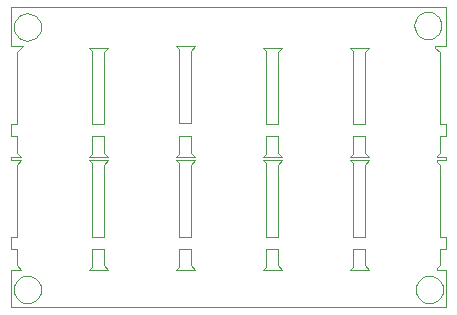
<source format=gm1>
G04*
G04 #@! TF.GenerationSoftware,Altium Limited,Altium Designer,23.3.1 (30)*
G04*
G04 Layer_Color=16711935*
%FSLAX25Y25*%
%MOIN*%
G70*
G04*
G04 #@! TF.SameCoordinates,76A80B4F-B454-4E83-830C-21A368A3A4FA*
G04*
G04*
G04 #@! TF.FilePolarity,Positive*
G04*
G01*
G75*
%ADD26C,0.00000*%
D26*
X150000Y208465D02*
X151009Y208579D01*
X151968Y208914D01*
X152828Y209454D01*
X153546Y210173D01*
X154086Y211032D01*
X154421Y211991D01*
X154535Y213000D01*
X154421Y214009D01*
X154086Y214968D01*
X153546Y215827D01*
X152828Y216546D01*
X151968Y217086D01*
X151009Y217421D01*
X150000Y217535D01*
X148991Y217421D01*
X148032Y217086D01*
X147172Y216546D01*
X146454Y215827D01*
X145914Y214968D01*
X145579Y214009D01*
X145465Y213000D01*
X145579Y211991D01*
X145914Y211032D01*
X146454Y210173D01*
X147172Y209454D01*
X148032Y208914D01*
X148991Y208579D01*
X150000Y208465D01*
X283500Y208965D02*
X284509Y209079D01*
X285468Y209414D01*
X286328Y209954D01*
X287046Y210672D01*
X287586Y211532D01*
X287921Y212491D01*
X288035Y213500D01*
X287921Y214509D01*
X287586Y215468D01*
X287046Y216328D01*
X286328Y217046D01*
X285468Y217586D01*
X284509Y217921D01*
X283500Y218035D01*
X282491Y217921D01*
X281532Y217586D01*
X280673Y217046D01*
X279954Y216328D01*
X279414Y215468D01*
X279079Y214509D01*
X278965Y213500D01*
X279079Y212491D01*
X279414Y211532D01*
X279954Y210672D01*
X280673Y209954D01*
X281532Y209414D01*
X282491Y209079D01*
X283500Y208965D01*
X284000Y120965D02*
X285009Y121079D01*
X285968Y121414D01*
X286827Y121954D01*
X287546Y122672D01*
X288086Y123532D01*
X288421Y124491D01*
X288535Y125500D01*
X288421Y126509D01*
X288086Y127468D01*
X287546Y128328D01*
X286827Y129046D01*
X285968Y129586D01*
X285009Y129921D01*
X284000Y130035D01*
X282991Y129921D01*
X282032Y129586D01*
X281172Y129046D01*
X280454Y128328D01*
X279914Y127468D01*
X279579Y126509D01*
X279465Y125500D01*
X279579Y124491D01*
X279914Y123532D01*
X280454Y122672D01*
X281172Y121954D01*
X282032Y121414D01*
X282991Y121079D01*
X284000Y120965D01*
X150000D02*
X151009Y121079D01*
X151968Y121414D01*
X152828Y121954D01*
X153546Y122672D01*
X154086Y123532D01*
X154421Y124491D01*
X154535Y125500D01*
X154421Y126509D01*
X154086Y127468D01*
X153546Y128328D01*
X152828Y129046D01*
X151968Y129586D01*
X151009Y129921D01*
X150000Y130035D01*
X148991Y129921D01*
X148032Y129586D01*
X147172Y129046D01*
X146454Y128328D01*
X145914Y127468D01*
X145579Y126509D01*
X145465Y125500D01*
X145579Y124491D01*
X145914Y123532D01*
X146454Y122672D01*
X147172Y121954D01*
X148032Y121414D01*
X148991Y121079D01*
X150000Y120965D01*
X171500Y180500D02*
Y205000D01*
X170500Y206000D02*
X171500Y205000D01*
X170500Y206000D02*
X177000D01*
X175500Y204500D02*
X177000Y206000D01*
X175500Y180500D02*
Y204500D01*
X171500Y180500D02*
X175500D01*
X200500Y181000D02*
Y205500D01*
X199500Y206500D02*
X200500Y205500D01*
X199500Y206500D02*
X206000D01*
X204500Y205000D02*
X206000Y206500D01*
X204500Y181000D02*
Y205000D01*
X200500Y181000D02*
X204500D01*
X229500Y180500D02*
Y205000D01*
X228500Y206000D02*
X229500Y205000D01*
X228500Y206000D02*
X235000D01*
X233500Y204500D02*
X235000Y206000D01*
X233500Y180500D02*
Y204500D01*
X229500Y180500D02*
X233500D01*
X258500D02*
Y205000D01*
X257500Y206000D02*
X258500Y205000D01*
X257500Y206000D02*
X264000D01*
X262500Y204500D02*
X264000Y206000D01*
X262500Y180500D02*
Y204500D01*
X258500Y180500D02*
X262500D01*
X258500Y143000D02*
Y167500D01*
X257500Y168500D02*
X258500Y167500D01*
X257500Y168500D02*
X264000D01*
X262500Y167000D02*
X264000Y168500D01*
X262500Y143000D02*
Y167000D01*
X258500Y143000D02*
X262500D01*
X229500D02*
Y167500D01*
X228500Y168500D02*
X229500Y167500D01*
X228500Y168500D02*
X235000D01*
X233500Y167000D02*
X235000Y168500D01*
X233500Y143000D02*
Y167000D01*
X229500Y143000D02*
X233500D01*
X200500D02*
Y167500D01*
X199500Y168500D02*
X200500Y167500D01*
X199500Y168500D02*
X206000D01*
X204500Y167000D02*
X206000Y168500D01*
X204500Y143000D02*
Y167000D01*
X200500Y143000D02*
X204500D01*
X171500D02*
Y167500D01*
X170500Y168500D02*
X171500Y167500D01*
X170500Y168500D02*
X177000D01*
X175500Y167000D02*
X177000Y168500D01*
X175500Y143000D02*
Y167000D01*
X171500Y143000D02*
X175500D01*
X170500Y169500D02*
X171500Y170500D01*
Y176500D01*
X175500D01*
Y171000D02*
Y176500D01*
Y171000D02*
X177000Y169500D01*
X170500D02*
X177000D01*
X199500D02*
X200500Y170500D01*
Y176500D01*
X204500D01*
Y171000D02*
Y176500D01*
Y171000D02*
X206000Y169500D01*
X199500D02*
X206000D01*
X228500D02*
X229500Y170500D01*
Y176500D01*
X233500D01*
Y171000D02*
Y176500D01*
Y171000D02*
X235000Y169500D01*
X228500D02*
X235000D01*
X257500D02*
X258500Y170500D01*
Y176500D01*
X262500D01*
Y171000D02*
Y176500D01*
Y171000D02*
X264000Y169500D01*
X257500D02*
X264000D01*
X170500Y132000D02*
X171500Y133000D01*
Y139000D01*
X175500D01*
Y133500D02*
Y139000D01*
Y133500D02*
X177000Y132000D01*
X170500D02*
X177000D01*
X199500D02*
X200500Y133000D01*
Y139000D01*
X204500D01*
Y133500D02*
Y139000D01*
Y133500D02*
X206000Y132000D01*
X199500D02*
X206000D01*
X228500D02*
X229500Y133000D01*
Y139000D01*
X233500D01*
Y133500D02*
Y139000D01*
Y133500D02*
X235000Y132000D01*
X228500D02*
X235000D01*
X257500D02*
X258500Y133000D01*
Y139000D01*
X262500D01*
Y133500D02*
Y139000D01*
Y133500D02*
X264000Y132000D01*
X257500D02*
X264000D01*
X144500Y139000D02*
Y143000D01*
X146500D01*
Y167000D01*
X148000Y168500D01*
X144500D02*
X148000D01*
X144500D02*
Y169500D01*
X148000D01*
X146500Y171000D02*
X148000Y169500D01*
X146500Y171000D02*
Y176500D01*
X144500D02*
X146500D01*
X144500D02*
Y180500D01*
X146500D01*
Y204500D01*
X148500Y206500D01*
X144500D02*
X148500D01*
X144500D02*
Y219500D01*
X289500D01*
Y206500D02*
Y219500D01*
X286000Y206500D02*
X289500D01*
X286000Y206000D02*
Y206500D01*
Y206000D02*
X287500Y204500D01*
Y180500D02*
Y204500D01*
Y180500D02*
X289500D01*
Y176500D02*
Y180500D01*
X287500Y176500D02*
X289500D01*
X287500Y171000D02*
Y176500D01*
X286500Y170000D02*
X287500Y171000D01*
X286500Y169500D02*
Y170000D01*
Y169500D02*
X289500D01*
Y168500D02*
Y169500D01*
X286500Y168500D02*
X289500D01*
X286500Y168000D02*
Y168500D01*
Y168000D02*
X287500Y167000D01*
Y143000D02*
Y167000D01*
Y143000D02*
X289500D01*
Y139000D02*
Y143000D01*
X287500Y139000D02*
X289500D01*
X287500Y133500D02*
Y139000D01*
X286500Y132500D02*
X287500Y133500D01*
X286500Y132000D02*
Y132500D01*
Y132000D02*
X289500D01*
Y119500D02*
Y132000D01*
X144500Y119500D02*
X289500D01*
X144500D02*
Y132000D01*
X148000D01*
X146500Y133500D02*
X148000Y132000D01*
X146500Y133500D02*
Y139000D01*
X144500D02*
X146500D01*
M02*

</source>
